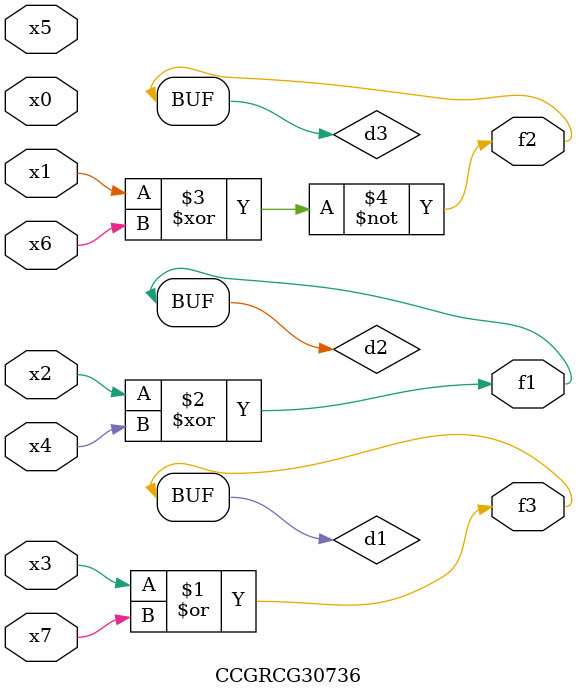
<source format=v>
module CCGRCG30736(
	input x0, x1, x2, x3, x4, x5, x6, x7,
	output f1, f2, f3
);

	wire d1, d2, d3;

	or (d1, x3, x7);
	xor (d2, x2, x4);
	xnor (d3, x1, x6);
	assign f1 = d2;
	assign f2 = d3;
	assign f3 = d1;
endmodule

</source>
